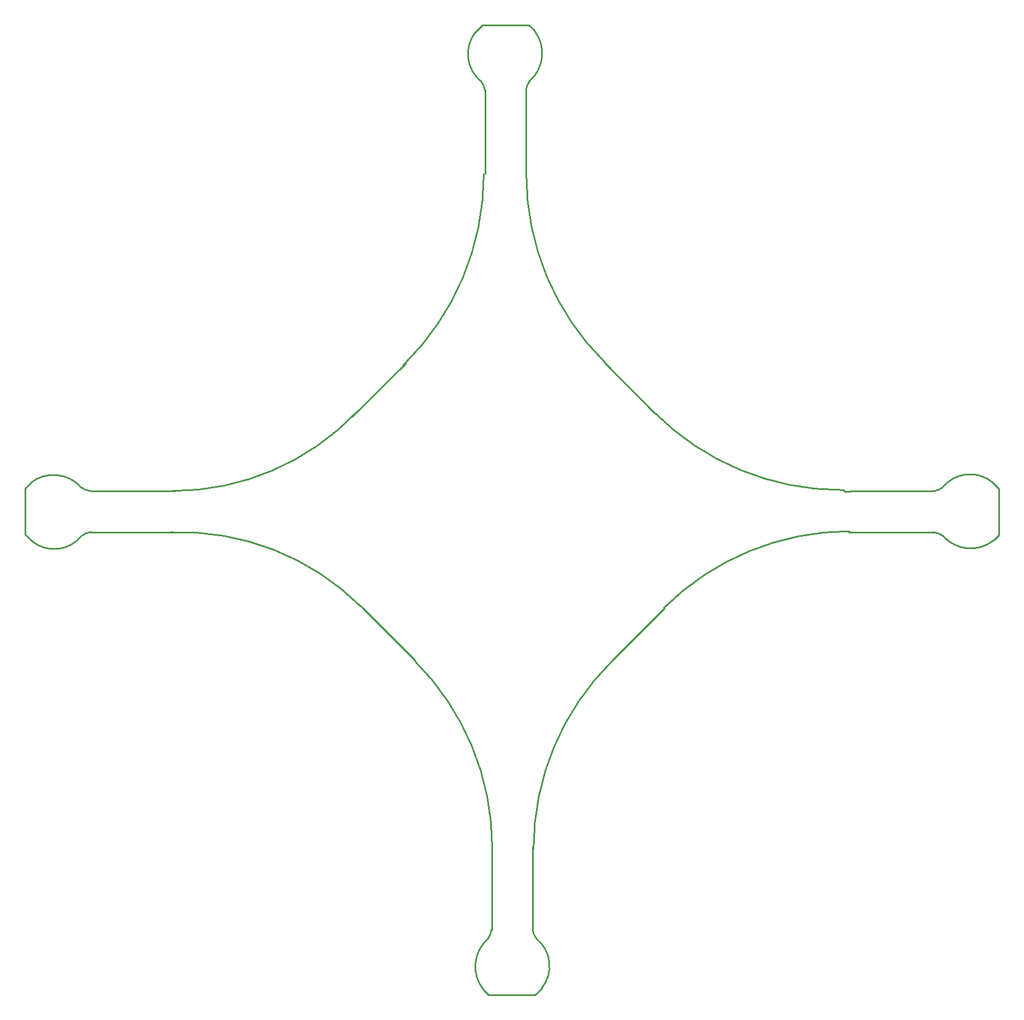
<source format=gko>
%FSLAX25Y25*%
%MOIN*%
G70*
G01*
G75*
G04 Layer_Color=16711935*
%ADD10C,0.03000*%
%ADD11C,0.02000*%
%ADD12C,0.06000*%
G04:AMPARAMS|DCode=13|XSize=70mil|YSize=63mil|CornerRadius=0mil|HoleSize=0mil|Usage=FLASHONLY|Rotation=225.000|XOffset=0mil|YOffset=0mil|HoleType=Round|Shape=Rectangle|*
%AMROTATEDRECTD13*
4,1,4,0.00248,0.04702,0.04702,0.00248,-0.00248,-0.04702,-0.04702,-0.00248,0.00248,0.04702,0.0*
%
%ADD13ROTATEDRECTD13*%

G04:AMPARAMS|DCode=14|XSize=9.84mil|YSize=61.02mil|CornerRadius=0mil|HoleSize=0mil|Usage=FLASHONLY|Rotation=45.000|XOffset=0mil|YOffset=0mil|HoleType=Round|Shape=Round|*
%AMOVALD14*
21,1,0.05118,0.00984,0.00000,0.00000,135.0*
1,1,0.00984,0.01810,-0.01810*
1,1,0.00984,-0.01810,0.01810*
%
%ADD14OVALD14*%

G04:AMPARAMS|DCode=15|XSize=9.84mil|YSize=61.02mil|CornerRadius=0mil|HoleSize=0mil|Usage=FLASHONLY|Rotation=315.000|XOffset=0mil|YOffset=0mil|HoleType=Round|Shape=Round|*
%AMOVALD15*
21,1,0.05118,0.00984,0.00000,0.00000,45.0*
1,1,0.00984,-0.01810,-0.01810*
1,1,0.00984,0.01810,0.01810*
%
%ADD15OVALD15*%

%ADD16O,0.01181X0.05118*%
%ADD17O,0.05118X0.01181*%
%ADD18R,0.05118X0.01181*%
%ADD19O,0.08661X0.02362*%
G04:AMPARAMS|DCode=20|XSize=23.62mil|YSize=62.99mil|CornerRadius=0mil|HoleSize=0mil|Usage=FLASHONLY|Rotation=225.000|XOffset=0mil|YOffset=0mil|HoleType=Round|Shape=Rectangle|*
%AMROTATEDRECTD20*
4,1,4,-0.01392,0.03062,0.03062,-0.01392,0.01392,-0.03062,-0.03062,0.01392,-0.01392,0.03062,0.0*
%
%ADD20ROTATEDRECTD20*%

G04:AMPARAMS|DCode=21|XSize=55.12mil|YSize=66.93mil|CornerRadius=0mil|HoleSize=0mil|Usage=FLASHONLY|Rotation=225.000|XOffset=0mil|YOffset=0mil|HoleType=Round|Shape=Rectangle|*
%AMROTATEDRECTD21*
4,1,4,-0.00418,0.04315,0.04315,-0.00418,0.00418,-0.04315,-0.04315,0.00418,-0.00418,0.04315,0.0*
%
%ADD21ROTATEDRECTD21*%

%ADD22R,0.05118X0.00984*%
%ADD23O,0.05118X0.00984*%
%ADD24O,0.00984X0.05118*%
%ADD25R,0.06299X0.01181*%
%ADD26O,0.06299X0.01181*%
%ADD27R,0.09843X0.09843*%
%ADD28R,0.05118X0.04134*%
%ADD29R,0.26575X0.05118*%
%ADD30R,0.04134X0.05118*%
G04:AMPARAMS|DCode=31|XSize=41.34mil|YSize=51.18mil|CornerRadius=0mil|HoleSize=0mil|Usage=FLASHONLY|Rotation=225.000|XOffset=0mil|YOffset=0mil|HoleType=Round|Shape=Rectangle|*
%AMROTATEDRECTD31*
4,1,4,-0.00348,0.03271,0.03271,-0.00348,0.00348,-0.03271,-0.03271,0.00348,-0.00348,0.03271,0.0*
%
%ADD31ROTATEDRECTD31*%

G04:AMPARAMS|DCode=32|XSize=41.34mil|YSize=51.18mil|CornerRadius=0mil|HoleSize=0mil|Usage=FLASHONLY|Rotation=135.000|XOffset=0mil|YOffset=0mil|HoleType=Round|Shape=Rectangle|*
%AMROTATEDRECTD32*
4,1,4,0.03271,0.00348,-0.00348,-0.03271,-0.03271,-0.00348,0.00348,0.03271,0.03271,0.00348,0.0*
%
%ADD32ROTATEDRECTD32*%

%ADD33R,0.05118X0.26575*%
%ADD34C,0.07000*%
%ADD35C,0.01200*%
%ADD36C,0.04000*%
%ADD37C,0.01500*%
%ADD38C,0.01000*%
%ADD39C,0.02500*%
%ADD40C,0.01400*%
%ADD41P,0.08485X4X360.0*%
%ADD42C,0.06000*%
%ADD43R,0.06000X0.06000*%
%ADD44P,0.08485X4X270.0*%
%ADD45P,0.09900X4X180.0*%
%ADD46C,0.07000*%
%ADD47R,0.06000X0.06000*%
%ADD48C,0.27559*%
%ADD49C,0.06693*%
%ADD50C,0.05000*%
%ADD51C,0.05000*%
%ADD52C,0.02100*%
G04:AMPARAMS|DCode=53|XSize=51mil|YSize=55mil|CornerRadius=0mil|HoleSize=0mil|Usage=FLASHONLY|Rotation=45.000|XOffset=0mil|YOffset=0mil|HoleType=Round|Shape=Rectangle|*
%AMROTATEDRECTD53*
4,1,4,0.00141,-0.03748,-0.03748,0.00141,-0.00141,0.03748,0.03748,-0.00141,0.00141,-0.03748,0.0*
%
%ADD53ROTATEDRECTD53*%

%ADD54R,0.05100X0.05500*%
%ADD55C,0.03937*%
%ADD56C,0.01800*%
%ADD57C,0.07874*%
%ADD58C,0.00984*%
%ADD59C,0.02362*%
%ADD60C,0.00787*%
%ADD61C,0.01181*%
%ADD62C,0.00394*%
%ADD63C,0.00900*%
G04:AMPARAMS|DCode=64|XSize=74mil|YSize=67mil|CornerRadius=0mil|HoleSize=0mil|Usage=FLASHONLY|Rotation=225.000|XOffset=0mil|YOffset=0mil|HoleType=Round|Shape=Rectangle|*
%AMROTATEDRECTD64*
4,1,4,0.00248,0.04985,0.04985,0.00248,-0.00248,-0.04985,-0.04985,-0.00248,0.00248,0.04985,0.0*
%
%ADD64ROTATEDRECTD64*%

G04:AMPARAMS|DCode=65|XSize=13.84mil|YSize=65.02mil|CornerRadius=0mil|HoleSize=0mil|Usage=FLASHONLY|Rotation=45.000|XOffset=0mil|YOffset=0mil|HoleType=Round|Shape=Round|*
%AMOVALD65*
21,1,0.05118,0.01384,0.00000,0.00000,135.0*
1,1,0.01384,0.01810,-0.01810*
1,1,0.01384,-0.01810,0.01810*
%
%ADD65OVALD65*%

G04:AMPARAMS|DCode=66|XSize=13.84mil|YSize=65.02mil|CornerRadius=0mil|HoleSize=0mil|Usage=FLASHONLY|Rotation=315.000|XOffset=0mil|YOffset=0mil|HoleType=Round|Shape=Round|*
%AMOVALD66*
21,1,0.05118,0.01384,0.00000,0.00000,45.0*
1,1,0.01384,-0.01810,-0.01810*
1,1,0.01384,0.01810,0.01810*
%
%ADD66OVALD66*%

%ADD67O,0.01581X0.05518*%
%ADD68O,0.05518X0.01581*%
%ADD69R,0.05518X0.01581*%
%ADD70O,0.09061X0.02762*%
G04:AMPARAMS|DCode=71|XSize=27.62mil|YSize=66.99mil|CornerRadius=0mil|HoleSize=0mil|Usage=FLASHONLY|Rotation=225.000|XOffset=0mil|YOffset=0mil|HoleType=Round|Shape=Rectangle|*
%AMROTATEDRECTD71*
4,1,4,-0.01392,0.03345,0.03345,-0.01392,0.01392,-0.03345,-0.03345,0.01392,-0.01392,0.03345,0.0*
%
%ADD71ROTATEDRECTD71*%

G04:AMPARAMS|DCode=72|XSize=59.12mil|YSize=70.93mil|CornerRadius=0mil|HoleSize=0mil|Usage=FLASHONLY|Rotation=225.000|XOffset=0mil|YOffset=0mil|HoleType=Round|Shape=Rectangle|*
%AMROTATEDRECTD72*
4,1,4,-0.00418,0.04598,0.04598,-0.00418,0.00418,-0.04598,-0.04598,0.00418,-0.00418,0.04598,0.0*
%
%ADD72ROTATEDRECTD72*%

%ADD73R,0.05518X0.01384*%
%ADD74O,0.05518X0.01384*%
%ADD75O,0.01384X0.05518*%
%ADD76R,0.06699X0.01581*%
%ADD77O,0.06699X0.01581*%
%ADD78R,0.10243X0.10243*%
%ADD79R,0.05518X0.04534*%
%ADD80R,0.26975X0.05518*%
%ADD81R,0.04534X0.05518*%
G04:AMPARAMS|DCode=82|XSize=45.34mil|YSize=55.18mil|CornerRadius=0mil|HoleSize=0mil|Usage=FLASHONLY|Rotation=225.000|XOffset=0mil|YOffset=0mil|HoleType=Round|Shape=Rectangle|*
%AMROTATEDRECTD82*
4,1,4,-0.00348,0.03554,0.03554,-0.00348,0.00348,-0.03554,-0.03554,0.00348,-0.00348,0.03554,0.0*
%
%ADD82ROTATEDRECTD82*%

G04:AMPARAMS|DCode=83|XSize=45.34mil|YSize=55.18mil|CornerRadius=0mil|HoleSize=0mil|Usage=FLASHONLY|Rotation=135.000|XOffset=0mil|YOffset=0mil|HoleType=Round|Shape=Rectangle|*
%AMROTATEDRECTD83*
4,1,4,0.03554,0.00348,-0.00348,-0.03554,-0.03554,-0.00348,0.00348,0.03554,0.03554,0.00348,0.0*
%
%ADD83ROTATEDRECTD83*%

%ADD84R,0.05518X0.26975*%
%ADD85P,0.09051X4X360.0*%
%ADD86C,0.06400*%
%ADD87R,0.06400X0.06400*%
%ADD88P,0.09051X4X270.0*%
%ADD89P,0.10465X4X180.0*%
%ADD90C,0.07400*%
%ADD91R,0.06400X0.06400*%
%ADD92C,0.27959*%
%ADD93C,0.07093*%
%ADD94C,0.05400*%
G04:AMPARAMS|DCode=95|XSize=55mil|YSize=59mil|CornerRadius=0mil|HoleSize=0mil|Usage=FLASHONLY|Rotation=45.000|XOffset=0mil|YOffset=0mil|HoleType=Round|Shape=Rectangle|*
%AMROTATEDRECTD95*
4,1,4,0.00141,-0.04031,-0.04031,0.00141,-0.00141,0.04031,0.04031,-0.00141,0.00141,-0.04031,0.0*
%
%ADD95ROTATEDRECTD95*%

%ADD96R,0.05500X0.05900*%
%ADD97C,0.00800*%
D38*
X716199Y244595D02*
G03*
X718609Y238808I10570J1007D01*
G01*
X689335Y238598D02*
G03*
X691722Y244394I-8186J6762D01*
G01*
X689871Y239038D02*
G03*
X686776Y208579I14178J-16828D01*
G01*
X721716Y209366D02*
G03*
X718469Y238992I-16437J13189D01*
G01*
X613867Y437211D02*
G03*
X500501Y481669I-108019J-108673D01*
G01*
X501300Y506358D02*
G03*
X611311Y553573I0J151772D01*
G01*
X692113Y293357D02*
G03*
X645938Y404763I-157480J0D01*
G01*
X763976Y405019D02*
G03*
X716810Y292633I110315J-112387D01*
G01*
X639014Y581507D02*
G03*
X687113Y695700I-111506J114193D01*
G01*
X712496Y695296D02*
G03*
X759225Y583340I157480J0D01*
G01*
X905669Y482295D02*
G03*
X794682Y436537I0J-157480D01*
G01*
X789247Y552942D02*
G03*
X900466Y506953I111219J111491D01*
G01*
X990634Y511717D02*
G03*
X961008Y508468I-13189J-16437D01*
G01*
X960962Y479871D02*
G03*
X991421Y476776I16828J14178D01*
G01*
X961402Y479335D02*
G03*
X955606Y481722I-6762J-8186D01*
G01*
X955405Y506199D02*
G03*
X961192Y508609I-1007J10570D01*
G01*
X452595Y481801D02*
G03*
X446808Y479391I1007J-10570D01*
G01*
X446598Y508665D02*
G03*
X452394Y506278I6762J8186D01*
G01*
X447039Y508129D02*
G03*
X416579Y511224I-16828J-14178D01*
G01*
X417366Y476284D02*
G03*
X446992Y479531I13189J16437D01*
G01*
X682283Y780634D02*
G03*
X685532Y751008I16437J-13189D01*
G01*
X714129Y750961D02*
G03*
X717224Y781421I-14178J16828D01*
G01*
X714665Y751402D02*
G03*
X712278Y745606I8186J-6762D01*
G01*
X687801Y745405D02*
G03*
X685391Y751192I-10570J-1007D01*
G01*
X691795Y244110D02*
Y294898D01*
X716205Y244110D02*
Y294012D01*
X717681Y205331D02*
X721815Y209465D01*
X690024Y205331D02*
X717681D01*
X686874Y208480D02*
X690024Y205331D01*
X686874Y208480D02*
Y208677D01*
X759235Y582924D02*
X789092Y553067D01*
X614277Y436966D02*
X646070Y405173D01*
X763906Y405319D02*
X794807Y436220D01*
X608554Y550877D02*
X640443Y582765D01*
X900100Y507000D02*
X901700D01*
X901900Y506800D01*
X991323Y476874D02*
X991520D01*
X994669Y480024D01*
Y507681D01*
X990535Y511815D02*
X994669Y507681D01*
X905988Y506205D02*
X955890D01*
X905102Y481795D02*
X955890D01*
X452110Y506205D02*
X502898D01*
X452110Y481795D02*
X502012D01*
X413331Y480319D02*
X417465Y476185D01*
X413331Y480319D02*
Y507976D01*
X416480Y511126D01*
X416677D01*
X717126Y781323D02*
Y781520D01*
X713976Y784669D02*
X717126Y781520D01*
X686319Y784669D02*
X713976D01*
X682185Y780535D02*
X686319Y784669D01*
X687795Y695988D02*
Y745890D01*
X712205Y695102D02*
Y745890D01*
X902600Y506100D02*
X906000D01*
X901800Y506900D02*
X902600Y506100D01*
M02*

</source>
